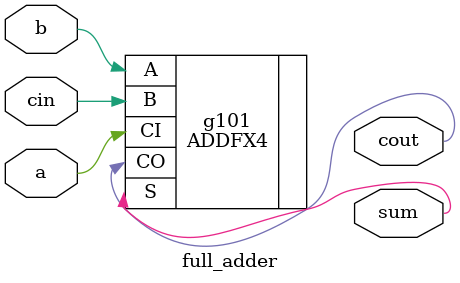
<source format=v>
/*
###############################################################
#  Generated by:      Cadence Innovus 20.14-s095_1
#  OS:                Linux x86_64(Host ID vlsidaug8.jiit.ac.in)
#  Generated on:      Mon Jun 30 11:05:59 2025
#  Design:            full_adder
#  Command:           saveNetlist full_adder_WEEK_3_NETLIST.v
###############################################################
*/
// Generated by Cadence Genus(TM) Synthesis Solution 20.11-s111_1
// Generated on: Jun 20 2025 10:36:49 IST (Jun 20 2025 05:06:49 UTC)
// Verification Directory fv/full_adder 
module full_adder (
	a, 
	b, 
	cin, 
	sum, 
	cout);
   input a;
   input b;
   input cin;
   output sum;
   output cout;

   ADDFX4 g101 (.A(b),
	.B(cin),
	.CI(a),
	.CO(cout),
	.S(sum));
endmodule


</source>
